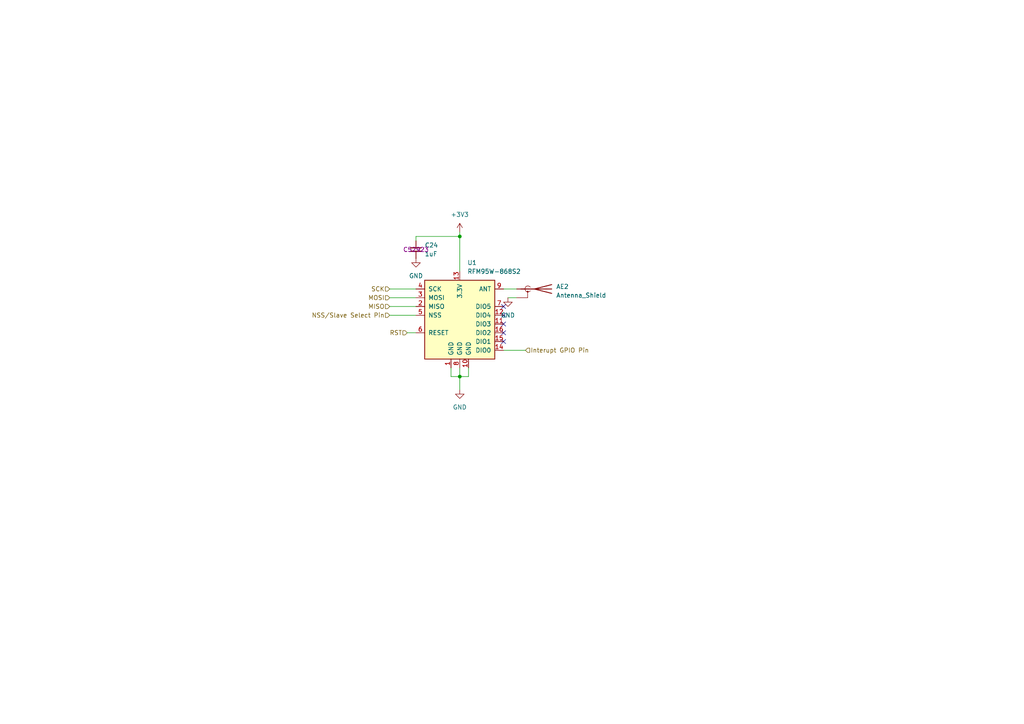
<source format=kicad_sch>
(kicad_sch (version 20250114) (generator "eeschema") (generator_version "9.0")
  (paper "A4")
  (lib_symbols
    (symbol "Device:Antenna_Shield" (pin_numbers (hide yes)) (pin_names (offset 1.016) (hide yes))
      (property "Reference" "AE" (at -1.905 4.445 0))
      (property "Value" "Antenna_Shield" (at -1.905 2.54 0))
      (symbol "Antenna_Shield_0_1"
        (arc (start 0 -2.667) (mid -0.8485 -2.1032) (end -0.508 -1.143))
        (polyline (pts (xy 0 5.08) (xy 0 -3.81)) (stroke (width 0.254)))
        (polyline (pts (xy 0 -2.54) (xy 0 0)))
        (arc (start 0.508 -1.143) (mid 0.8046 -2.0885) (end 0 -2.667))
        (polyline (pts (xy 0.762 -1.905) (xy 2.54 -1.905)))
        (circle (center 0.762 -1.905) (radius 0.1778) (fill (type outline)))
        (polyline (pts (xy 1.27 5.08) (xy 0 0) (xy -1.27 5.08)) (stroke (width 0.254)))
        (polyline (pts (xy 2.54 -2.54) (xy 2.54 -1.905)))
      )
      (symbol "Antenna_Shield_1_1"
        (pin input line (at 0 -5.08 90) (length 2.54) (name "A") (number "1"))
        (pin input line (at 2.54 -5.08 90) (length 2.54) (name "Shield") (number "2"))
      )
    )
    (symbol "Device:C_Small" (pin_numbers (hide yes)) (pin_names (offset 0.254) (hide yes))
      (property "Reference" "C" (at 0.254 1.778 0))
      (property "Value" "C_Small" (at 0.254 -2.032 0))
      (symbol "C_Small_0_1"
        (polyline (pts (xy -1.524 0.508) (xy 1.524 0.508)) (stroke (width 0.3048)))
        (polyline (pts (xy -1.524 -0.508) (xy 1.524 -0.508)) (stroke (width 0.3302)))
      )
      (symbol "C_Small_1_1"
        (pin passive line (at 0 2.54 270) (length 2.032) (name "~") (number "1"))
        (pin passive line (at 0 -2.54 90) (length 2.032) (name "~") (number "2"))
      )
    )
    (symbol "RF_Module:RFM95W-868S2" (pin_names (offset 1.016))
      (property "Reference" "U" (at -10.414 11.684 0))
      (property "Value" "RFM95W-868S2" (at 1.524 11.43 0))
      (symbol "RFM95W-868S2_0_1"
        (rectangle (start -10.16 10.16) (end 10.16 -12.7) (stroke (width 0.254)) (fill (type background)))
      )
      (symbol "RFM95W-868S2_1_1"
        (pin input line (at -12.7 7.62 0) (length 2.54) (name "SCK") (number "4"))
        (pin input line (at -12.7 5.08 0) (length 2.54) (name "MOSI") (number "3"))
        (pin output line (at -12.7 2.54 0) (length 2.54) (name "MISO") (number "2"))
        (pin input line (at -12.7 0 0) (length 2.54) (name "NSS") (number "5"))
        (pin bidirectional line (at -12.7 -5.08 0) (length 2.54) (name "RESET") (number "6"))
        (pin power_in line (at -2.54 -15.24 90) (length 2.54) (name "GND") (number "1"))
        (pin power_in line (at 0 12.7 270) (length 2.54) (name "3.3V") (number "13"))
        (pin power_in line (at 0 -15.24 90) (length 2.54) (name "GND") (number "8"))
        (pin power_in line (at 2.54 -15.24 90) (length 2.54) (name "GND") (number "10"))
        (pin bidirectional line (at 12.7 7.62 180) (length 2.54) (name "ANT") (number "9"))
        (pin bidirectional line (at 12.7 2.54 180) (length 2.54) (name "DIO5") (number "7"))
        (pin bidirectional line (at 12.7 0 180) (length 2.54) (name "DIO4") (number "12"))
        (pin bidirectional line (at 12.7 -2.54 180) (length 2.54) (name "DIO3") (number "11"))
        (pin bidirectional line (at 12.7 -5.08 180) (length 2.54) (name "DIO2") (number "16"))
        (pin bidirectional line (at 12.7 -7.62 180) (length 2.54) (name "DIO1") (number "15"))
        (pin bidirectional line (at 12.7 -10.16 180) (length 2.54) (name "DIO0") (number "14"))
      )
    )
    (symbol "power:+3V3" (power) (pin_numbers (hide yes)) (pin_names (offset 0) (hide yes))
      (property "Value" "+3V3" (at 0 3.556 0))
      (symbol "+3V3_0_1"
        (polyline (pts (xy -0.762 1.27) (xy 0 2.54)))
        (polyline (pts (xy 0 2.54) (xy 0.762 1.27)))
        (polyline (pts (xy 0 0) (xy 0 2.54)))
      )
      (symbol "+3V3_1_1"
        (pin power_in line (at 0 0 90) (length 0) (name "~") (number "1"))
      )
    )
    (symbol "power:GND" (power) (pin_numbers (hide yes)) (pin_names (offset 0) (hide yes))
      (property "Value" "GND" (at 0 -3.81 0))
      (symbol "GND_0_1"
        (polyline (pts (xy 0 0) (xy 0 -1.27) (xy 1.27 -1.27) (xy 0 -2.54) (xy -1.27 -1.27) (xy 0 -1.27)))
      )
      (symbol "GND_1_1"
        (pin power_in line (at 0 0 270) (length 0) (name "~") (number "1"))
      )
    )
  )
  (junction (at 133.35 109.22))
  (junction (at 133.35 68.58))
  (no_connect (at 146.05 91.44))
  (no_connect (at 146.05 99.06))
  (no_connect (at 146.05 96.52))
  (no_connect (at 146.05 93.98))
  (no_connect (at 146.05 88.9))
  (wire (pts (xy 133.35 67.31) (xy 133.35 68.58)))
  (wire (pts (xy 133.35 109.22) (xy 135.89 109.22)))
  (wire (pts (xy 118.11 96.52) (xy 120.65 96.52)))
  (wire (pts (xy 113.03 91.44) (xy 120.65 91.44)))
  (wire (pts (xy 146.05 83.82) (xy 149.86 83.82)))
  (wire (pts (xy 133.35 109.22) (xy 133.35 113.03)))
  (wire (pts (xy 113.03 86.36) (xy 120.65 86.36)))
  (wire (pts (xy 113.03 83.82) (xy 120.65 83.82)))
  (wire (pts (xy 120.65 68.58) (xy 133.35 68.58)))
  (wire (pts (xy 130.81 109.22) (xy 133.35 109.22)))
  (wire (pts (xy 133.35 109.22) (xy 133.35 106.68)))
  (wire (pts (xy 133.35 68.58) (xy 133.35 78.74)))
  (wire (pts (xy 152.4 101.6) (xy 146.05 101.6)))
  (wire (pts (xy 147.32 86.36) (xy 149.86 86.36)))
  (wire (pts (xy 130.81 106.68) (xy 130.81 109.22)))
  (wire (pts (xy 113.03 88.9) (xy 120.65 88.9)))
  (wire (pts (xy 120.65 69.85) (xy 120.65 68.58)))
  (wire (pts (xy 135.89 106.68) (xy 135.89 109.22)))
  (hierarchical_label "SCK" (shape input) (at 113.03 83.82 180))
  (hierarchical_label "NSS{slash}Slave Select Pin" (shape input) (at 113.03 91.44 180))
  (hierarchical_label "MOSI" (shape input) (at 113.03 86.36 180))
  (hierarchical_label "RST" (shape input) (at 118.11 96.52 180))
  (hierarchical_label "Interupt GPIO Pin" (shape input) (at 152.4 101.6 0))
  (hierarchical_label "MISO" (shape input) (at 113.03 88.9 180))
  (symbol (lib_id "Device:Antenna_Shield") (at 154.94 83.82 270) (unit 1)
    (property "Reference" "AE2" (at 161.29 83.1214 90) (effects (justify left)))
    (property "Value" "Antenna_Shield" (at 161.29 85.6614 90) (effects (justify left)))
    (property "Footprint" "Connector_Coaxial:SMA_Samtec_SMA-J-P-H-ST-EM1_EdgeMount" (effects (hide yes)))
    (property "Description" "Antenna with extra pin for shielding" (effects (hide yes)))
  )
  (symbol (lib_id "power:GND") (at 120.65 74.93 0) (unit 1)
    (property "Reference" "#PWR079" (effects (hide yes)))
    (property "Value" "GND" (at 120.65 80.01 0))
    (property "Description" "Power symbol creates a global label with name \"GND\" , ground" (effects (hide yes)))
  )
  (symbol (lib_id "power:GND") (at 147.32 86.36 0) (unit 1)
    (property "Reference" "#PWR02" (effects (hide yes)))
    (property "Value" "GND" (at 147.32 91.44 0))
    (property "Description" "Power symbol creates a global label with name \"GND\" , ground" (effects (hide yes)))
  )
  (symbol (lib_id "RF_Module:RFM95W-868S2") (at 133.35 91.44 0) (unit 1)
    (property "Reference" "U1" (at 135.5441 76.2 0) (effects (justify left)))
    (property "Value" "RFM95W-868S2" (at 135.5441 78.74 0) (effects (justify left)))
    (property "Footprint" "RF_Module:HOPERF_RFM9XW_SMD" (effects (hide yes)))
    (property "Datasheet" "https://www.hoperf.com/data/upload/portal/20181127/5bfcbea20e9ef.pdf" (effects (hide yes)))
    (property "Description" "Low power long range transceiver module, SPI and parallel interface, 868 MHz, spreading factor 6 to12, bandwidth 7.8 to 500kHz, -111 to -148 dBm, SMD-16, DIP-16" (effects (hide yes)))
  )
  (symbol (lib_id "power:+3V3") (at 133.35 67.31 0) (unit 1)
    (property "Reference" "#PWR038" (effects (hide yes)))
    (property "Value" "+3V3" (at 133.35 62.23 0))
    (property "Description" "Power symbol creates a global label with name \"+3V3\"" (effects (hide yes)))
  )
  (symbol (lib_id "Device:C_Small") (at 120.65 72.39 0) (unit 1)
    (property "Reference" "C24" (at 123.19 71.1262 0) (effects (justify left)))
    (property "Value" "1uF" (at 123.19 73.6662 0) (effects (justify left)))
    (property "Footprint" "Capacitor_SMD:C_0402_1005Metric" (effects (hide yes)))
    (property "Description" "Unpolarized capacitor, small symbol" (effects (hide yes)))
    (property "LCSC" "C52923" (at 120.65 72.39 0))
  )
  (symbol (lib_id "power:GND") (at 133.35 113.03 0) (unit 1)
    (property "Reference" "#PWR03" (effects (hide yes)))
    (property "Value" "GND" (at 133.35 118.11 0))
    (property "Description" "Power symbol creates a global label with name \"GND\" , ground" (effects (hide yes)))
  )
)
</source>
